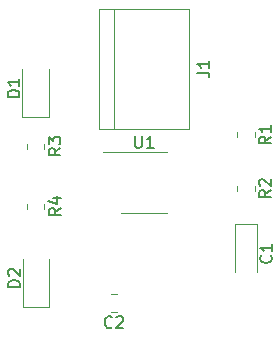
<source format=gbr>
%TF.GenerationSoftware,KiCad,Pcbnew,(6.0.10-0)*%
%TF.CreationDate,2023-02-16T14:33:40-08:00*%
%TF.ProjectId,Exercise 2,45786572-6369-4736-9520-322e6b696361,rev?*%
%TF.SameCoordinates,Original*%
%TF.FileFunction,Legend,Top*%
%TF.FilePolarity,Positive*%
%FSLAX46Y46*%
G04 Gerber Fmt 4.6, Leading zero omitted, Abs format (unit mm)*
G04 Created by KiCad (PCBNEW (6.0.10-0)) date 2023-02-16 14:33:40*
%MOMM*%
%LPD*%
G01*
G04 APERTURE LIST*
%ADD10C,0.150000*%
%ADD11C,0.120000*%
G04 APERTURE END LIST*
D10*
%TO.C,U1*%
X147574095Y-89016380D02*
X147574095Y-89825904D01*
X147621714Y-89921142D01*
X147669333Y-89968761D01*
X147764571Y-90016380D01*
X147955047Y-90016380D01*
X148050285Y-89968761D01*
X148097904Y-89921142D01*
X148145523Y-89825904D01*
X148145523Y-89016380D01*
X149145523Y-90016380D02*
X148574095Y-90016380D01*
X148859809Y-90016380D02*
X148859809Y-89016380D01*
X148764571Y-89159238D01*
X148669333Y-89254476D01*
X148574095Y-89302095D01*
%TO.C,R3*%
X141257880Y-90046166D02*
X140781690Y-90379500D01*
X141257880Y-90617595D02*
X140257880Y-90617595D01*
X140257880Y-90236642D01*
X140305500Y-90141404D01*
X140353119Y-90093785D01*
X140448357Y-90046166D01*
X140591214Y-90046166D01*
X140686452Y-90093785D01*
X140734071Y-90141404D01*
X140781690Y-90236642D01*
X140781690Y-90617595D01*
X140257880Y-89712833D02*
X140257880Y-89093785D01*
X140638833Y-89427119D01*
X140638833Y-89284261D01*
X140686452Y-89189023D01*
X140734071Y-89141404D01*
X140829309Y-89093785D01*
X141067404Y-89093785D01*
X141162642Y-89141404D01*
X141210261Y-89189023D01*
X141257880Y-89284261D01*
X141257880Y-89569976D01*
X141210261Y-89665214D01*
X141162642Y-89712833D01*
%TO.C,C1*%
X159079142Y-99130166D02*
X159126761Y-99177785D01*
X159174380Y-99320642D01*
X159174380Y-99415880D01*
X159126761Y-99558738D01*
X159031523Y-99653976D01*
X158936285Y-99701595D01*
X158745809Y-99749214D01*
X158602952Y-99749214D01*
X158412476Y-99701595D01*
X158317238Y-99653976D01*
X158222000Y-99558738D01*
X158174380Y-99415880D01*
X158174380Y-99320642D01*
X158222000Y-99177785D01*
X158269619Y-99130166D01*
X159174380Y-98177785D02*
X159174380Y-98749214D01*
X159174380Y-98463500D02*
X158174380Y-98463500D01*
X158317238Y-98558738D01*
X158412476Y-98653976D01*
X158460095Y-98749214D01*
%TO.C,R2*%
X159074380Y-93612666D02*
X158598190Y-93946000D01*
X159074380Y-94184095D02*
X158074380Y-94184095D01*
X158074380Y-93803142D01*
X158122000Y-93707904D01*
X158169619Y-93660285D01*
X158264857Y-93612666D01*
X158407714Y-93612666D01*
X158502952Y-93660285D01*
X158550571Y-93707904D01*
X158598190Y-93803142D01*
X158598190Y-94184095D01*
X158169619Y-93231714D02*
X158122000Y-93184095D01*
X158074380Y-93088857D01*
X158074380Y-92850761D01*
X158122000Y-92755523D01*
X158169619Y-92707904D01*
X158264857Y-92660285D01*
X158360095Y-92660285D01*
X158502952Y-92707904D01*
X159074380Y-93279333D01*
X159074380Y-92660285D01*
%TO.C,R4*%
X141273880Y-95126166D02*
X140797690Y-95459500D01*
X141273880Y-95697595D02*
X140273880Y-95697595D01*
X140273880Y-95316642D01*
X140321500Y-95221404D01*
X140369119Y-95173785D01*
X140464357Y-95126166D01*
X140607214Y-95126166D01*
X140702452Y-95173785D01*
X140750071Y-95221404D01*
X140797690Y-95316642D01*
X140797690Y-95697595D01*
X140607214Y-94269023D02*
X141273880Y-94269023D01*
X140226261Y-94507119D02*
X140940547Y-94745214D01*
X140940547Y-94126166D01*
%TO.C,R1*%
X159074380Y-89072666D02*
X158598190Y-89406000D01*
X159074380Y-89644095D02*
X158074380Y-89644095D01*
X158074380Y-89263142D01*
X158122000Y-89167904D01*
X158169619Y-89120285D01*
X158264857Y-89072666D01*
X158407714Y-89072666D01*
X158502952Y-89120285D01*
X158550571Y-89167904D01*
X158598190Y-89263142D01*
X158598190Y-89644095D01*
X159074380Y-88120285D02*
X159074380Y-88691714D01*
X159074380Y-88406000D02*
X158074380Y-88406000D01*
X158217238Y-88501238D01*
X158312476Y-88596476D01*
X158360095Y-88691714D01*
%TO.C,C2*%
X145629333Y-105182642D02*
X145581714Y-105230261D01*
X145438857Y-105277880D01*
X145343619Y-105277880D01*
X145200761Y-105230261D01*
X145105523Y-105135023D01*
X145057904Y-105039785D01*
X145010285Y-104849309D01*
X145010285Y-104706452D01*
X145057904Y-104515976D01*
X145105523Y-104420738D01*
X145200761Y-104325500D01*
X145343619Y-104277880D01*
X145438857Y-104277880D01*
X145581714Y-104325500D01*
X145629333Y-104373119D01*
X146010285Y-104373119D02*
X146057904Y-104325500D01*
X146153142Y-104277880D01*
X146391238Y-104277880D01*
X146486476Y-104325500D01*
X146534095Y-104373119D01*
X146581714Y-104468357D01*
X146581714Y-104563595D01*
X146534095Y-104706452D01*
X145962666Y-105277880D01*
X146581714Y-105277880D01*
%TO.C,J1*%
X152868380Y-83645333D02*
X153582666Y-83645333D01*
X153725523Y-83692952D01*
X153820761Y-83788190D01*
X153868380Y-83931047D01*
X153868380Y-84026285D01*
X153868380Y-82645333D02*
X153868380Y-83216761D01*
X153868380Y-82931047D02*
X152868380Y-82931047D01*
X153011238Y-83026285D01*
X153106476Y-83121523D01*
X153154095Y-83216761D01*
%TO.C,D2*%
X137824380Y-101793595D02*
X136824380Y-101793595D01*
X136824380Y-101555500D01*
X136872000Y-101412642D01*
X136967238Y-101317404D01*
X137062476Y-101269785D01*
X137252952Y-101222166D01*
X137395809Y-101222166D01*
X137586285Y-101269785D01*
X137681523Y-101317404D01*
X137776761Y-101412642D01*
X137824380Y-101555500D01*
X137824380Y-101793595D01*
X136919619Y-100841214D02*
X136872000Y-100793595D01*
X136824380Y-100698357D01*
X136824380Y-100460261D01*
X136872000Y-100365023D01*
X136919619Y-100317404D01*
X137014857Y-100269785D01*
X137110095Y-100269785D01*
X137252952Y-100317404D01*
X137824380Y-100888833D01*
X137824380Y-100269785D01*
%TO.C,D1*%
X137787880Y-85708095D02*
X136787880Y-85708095D01*
X136787880Y-85470000D01*
X136835500Y-85327142D01*
X136930738Y-85231904D01*
X137025976Y-85184285D01*
X137216452Y-85136666D01*
X137359309Y-85136666D01*
X137549785Y-85184285D01*
X137645023Y-85231904D01*
X137740261Y-85327142D01*
X137787880Y-85470000D01*
X137787880Y-85708095D01*
X137787880Y-84184285D02*
X137787880Y-84755714D01*
X137787880Y-84470000D02*
X136787880Y-84470000D01*
X136930738Y-84565238D01*
X137025976Y-84660476D01*
X137073595Y-84755714D01*
D11*
%TO.C,U1*%
X148336000Y-90404000D02*
X150286000Y-90404000D01*
X148336000Y-95524000D02*
X150286000Y-95524000D01*
X148336000Y-95524000D02*
X146386000Y-95524000D01*
X148336000Y-90404000D02*
X144886000Y-90404000D01*
%TO.C,R3*%
X138420500Y-89652436D02*
X138420500Y-90106564D01*
X139890500Y-89652436D02*
X139890500Y-90106564D01*
%TO.C,C1*%
X157907000Y-100563500D02*
X157907000Y-96478500D01*
X157907000Y-96478500D02*
X156037000Y-96478500D01*
X156037000Y-96478500D02*
X156037000Y-100563500D01*
%TO.C,R2*%
X157707000Y-93218936D02*
X157707000Y-93673064D01*
X156237000Y-93218936D02*
X156237000Y-93673064D01*
%TO.C,R4*%
X138436500Y-94732436D02*
X138436500Y-95186564D01*
X139906500Y-94732436D02*
X139906500Y-95186564D01*
%TO.C,R1*%
X156237000Y-88678936D02*
X156237000Y-89133064D01*
X157707000Y-88678936D02*
X157707000Y-89133064D01*
%TO.C,C2*%
X146057252Y-103880500D02*
X145534748Y-103880500D01*
X146057252Y-102410500D02*
X145534748Y-102410500D01*
%TO.C,J1*%
X144526000Y-78232000D02*
X144526000Y-88392000D01*
X144526000Y-88392000D02*
X152146000Y-88392000D01*
X145796000Y-88392000D02*
X145796000Y-78232000D01*
X152146000Y-88392000D02*
X152146000Y-78232000D01*
X152146000Y-78232000D02*
X144526000Y-78232000D01*
%TO.C,D2*%
X140327000Y-103515500D02*
X140327000Y-99455500D01*
X138057000Y-103515500D02*
X140327000Y-103515500D01*
X138057000Y-99455500D02*
X138057000Y-103515500D01*
%TO.C,D1*%
X138020500Y-87430000D02*
X140290500Y-87430000D01*
X138020500Y-83370000D02*
X138020500Y-87430000D01*
X140290500Y-87430000D02*
X140290500Y-83370000D01*
%TD*%
M02*

</source>
